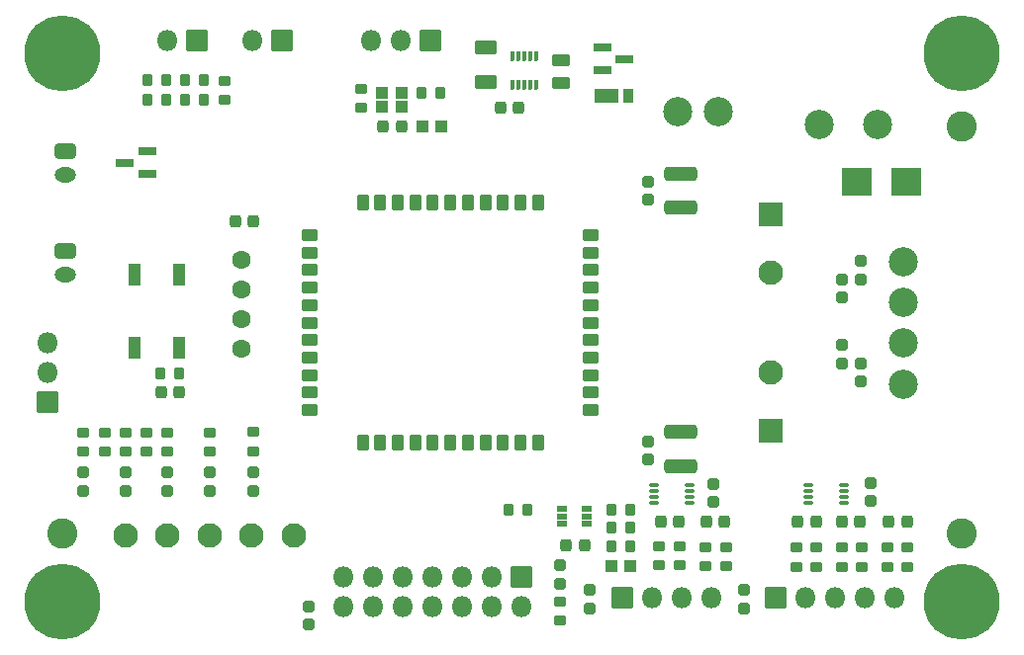
<source format=gbr>
G04 #@! TF.GenerationSoftware,KiCad,Pcbnew,(6.0.8)*
G04 #@! TF.CreationDate,2022-12-12T15:57:36+01:00*
G04 #@! TF.ProjectId,TMCM-1290-EVAL_v1.0,544d434d-2d31-4323-9930-2d4556414c5f,rev?*
G04 #@! TF.SameCoordinates,PX3c8eee0PY8eeaea0*
G04 #@! TF.FileFunction,Soldermask,Top*
G04 #@! TF.FilePolarity,Negative*
%FSLAX46Y46*%
G04 Gerber Fmt 4.6, Leading zero omitted, Abs format (unit mm)*
G04 Created by KiCad (PCBNEW (6.0.8)) date 2022-12-12 15:57:36*
%MOMM*%
%LPD*%
G01*
G04 APERTURE LIST*
G04 Aperture macros list*
%AMRoundRect*
0 Rectangle with rounded corners*
0 $1 Rounding radius*
0 $2 $3 $4 $5 $6 $7 $8 $9 X,Y pos of 4 corners*
0 Add a 4 corners polygon primitive as box body*
4,1,4,$2,$3,$4,$5,$6,$7,$8,$9,$2,$3,0*
0 Add four circle primitives for the rounded corners*
1,1,$1+$1,$2,$3*
1,1,$1+$1,$4,$5*
1,1,$1+$1,$6,$7*
1,1,$1+$1,$8,$9*
0 Add four rect primitives between the rounded corners*
20,1,$1+$1,$2,$3,$4,$5,0*
20,1,$1+$1,$4,$5,$6,$7,0*
20,1,$1+$1,$6,$7,$8,$9,0*
20,1,$1+$1,$8,$9,$2,$3,0*%
G04 Aperture macros list end*
%ADD10C,6.500000*%
%ADD11C,2.600000*%
%ADD12C,2.100000*%
%ADD13C,1.600000*%
%ADD14RoundRect,0.275000X0.225000X0.250000X-0.225000X0.250000X-0.225000X-0.250000X0.225000X-0.250000X0*%
%ADD15RoundRect,0.275000X0.250000X-0.225000X0.250000X0.225000X-0.250000X0.225000X-0.250000X-0.225000X0*%
%ADD16RoundRect,0.050000X-0.393700X-0.177800X0.393700X-0.177800X0.393700X0.177800X-0.393700X0.177800X0*%
%ADD17RoundRect,0.250000X0.275000X-0.200000X0.275000X0.200000X-0.275000X0.200000X-0.275000X-0.200000X0*%
%ADD18RoundRect,0.050000X-0.850000X0.850000X-0.850000X-0.850000X0.850000X-0.850000X0.850000X0.850000X0*%
%ADD19O,1.800000X1.800000*%
%ADD20RoundRect,0.300000X0.475000X-0.250000X0.475000X0.250000X-0.475000X0.250000X-0.475000X-0.250000X0*%
%ADD21RoundRect,0.050000X-1.000000X1.000000X-1.000000X-1.000000X1.000000X-1.000000X1.000000X1.000000X0*%
%ADD22RoundRect,0.250000X0.200000X0.275000X-0.200000X0.275000X-0.200000X-0.275000X0.200000X-0.275000X0*%
%ADD23RoundRect,0.050000X0.431800X0.495300X-0.431800X0.495300X-0.431800X-0.495300X0.431800X-0.495300X0*%
%ADD24RoundRect,0.250000X-0.275000X0.200000X-0.275000X-0.200000X0.275000X-0.200000X0.275000X0.200000X0*%
%ADD25RoundRect,0.250000X-0.200000X-0.275000X0.200000X-0.275000X0.200000X0.275000X-0.200000X0.275000X0*%
%ADD26RoundRect,0.275000X-0.250000X0.225000X-0.250000X-0.225000X0.250000X-0.225000X0.250000X0.225000X0*%
%ADD27RoundRect,0.268750X0.256250X-0.218750X0.256250X0.218750X-0.256250X0.218750X-0.256250X-0.218750X0*%
%ADD28RoundRect,0.200000X0.587500X0.150000X-0.587500X0.150000X-0.587500X-0.150000X0.587500X-0.150000X0*%
%ADD29C,2.500000*%
%ADD30RoundRect,0.050000X-1.250000X-1.150000X1.250000X-1.150000X1.250000X1.150000X-1.250000X1.150000X0*%
%ADD31RoundRect,0.050000X0.850000X-0.850000X0.850000X0.850000X-0.850000X0.850000X-0.850000X-0.850000X0*%
%ADD32RoundRect,0.050000X-0.375000X-0.125000X0.375000X-0.125000X0.375000X0.125000X-0.375000X0.125000X0*%
%ADD33RoundRect,0.300000X-0.650000X0.325000X-0.650000X-0.325000X0.650000X-0.325000X0.650000X0.325000X0*%
%ADD34RoundRect,0.050000X1.000000X0.550000X-1.000000X0.550000X-1.000000X-0.550000X1.000000X-0.550000X0*%
%ADD35RoundRect,0.050000X0.400000X0.550000X-0.400000X0.550000X-0.400000X-0.550000X0.400000X-0.550000X0*%
%ADD36RoundRect,0.300000X-0.625000X0.350000X-0.625000X-0.350000X0.625000X-0.350000X0.625000X0.350000X0*%
%ADD37O,1.850000X1.300000*%
%ADD38RoundRect,0.050000X0.850000X0.850000X-0.850000X0.850000X-0.850000X-0.850000X0.850000X-0.850000X0*%
%ADD39RoundRect,0.275000X-0.225000X-0.250000X0.225000X-0.250000X0.225000X0.250000X-0.225000X0.250000X0*%
%ADD40RoundRect,0.300000X-0.250000X-0.400000X0.250000X-0.400000X0.250000X0.400000X-0.250000X0.400000X0*%
%ADD41RoundRect,0.300000X0.400000X-0.250000X0.400000X0.250000X-0.400000X0.250000X-0.400000X-0.250000X0*%
%ADD42RoundRect,0.300000X0.250000X0.400000X-0.250000X0.400000X-0.250000X-0.400000X0.250000X-0.400000X0*%
%ADD43RoundRect,0.300000X-0.400000X0.250000X-0.400000X-0.250000X0.400000X-0.250000X0.400000X0.250000X0*%
%ADD44RoundRect,0.050000X1.000000X-1.000000X1.000000X1.000000X-1.000000X1.000000X-1.000000X-1.000000X0*%
%ADD45RoundRect,0.050000X-0.127000X0.381000X-0.127000X-0.381000X0.127000X-0.381000X0.127000X0.381000X0*%
%ADD46RoundRect,0.300000X-1.100000X0.325000X-1.100000X-0.325000X1.100000X-0.325000X1.100000X0.325000X0*%
%ADD47RoundRect,0.200000X-0.587500X-0.150000X0.587500X-0.150000X0.587500X0.150000X-0.587500X0.150000X0*%
%ADD48RoundRect,0.050000X-0.500000X0.450000X-0.500000X-0.450000X0.500000X-0.450000X0.500000X0.450000X0*%
%ADD49RoundRect,0.050000X0.500000X-0.850000X0.500000X0.850000X-0.500000X0.850000X-0.500000X-0.850000X0*%
%ADD50RoundRect,0.300000X1.100000X-0.325000X1.100000X0.325000X-1.100000X0.325000X-1.100000X-0.325000X0*%
G04 APERTURE END LIST*
D10*
G04 #@! TO.C,H3*
X4000000Y4000000D03*
G04 #@! TD*
G04 #@! TO.C,H1*
X4000000Y51000000D03*
G04 #@! TD*
G04 #@! TO.C,H4*
X81000000Y4000000D03*
G04 #@! TD*
G04 #@! TO.C,H2*
X81000000Y51000000D03*
G04 #@! TD*
D11*
G04 #@! TO.C,fid1*
X80950000Y44700000D03*
G04 #@! TD*
G04 #@! TO.C,fid3*
X81000000Y9800000D03*
G04 #@! TD*
G04 #@! TO.C,fid2*
X4000000Y9800000D03*
G04 #@! TD*
D12*
G04 #@! TO.C,TP5*
X9400000Y9650000D03*
G04 #@! TD*
D13*
G04 #@! TO.C,TP2*
X19304000Y30734000D03*
G04 #@! TD*
D14*
G04 #@! TO.C,C12*
X56760000Y10800000D03*
X55210000Y10800000D03*
G04 #@! TD*
D15*
G04 #@! TO.C,C24*
X46600000Y5525000D03*
X46600000Y7075000D03*
G04 #@! TD*
D16*
G04 #@! TO.C,U6*
X46733200Y11949999D03*
X46733200Y11300000D03*
X46733200Y10650001D03*
X48866800Y10650001D03*
X48866800Y11300000D03*
X48866800Y11949999D03*
G04 #@! TD*
D17*
G04 #@! TO.C,R8*
X20300000Y16875000D03*
X20300000Y18525000D03*
G04 #@! TD*
D18*
G04 #@! TO.C,J1*
X22805000Y52100000D03*
D19*
X20265000Y52100000D03*
G04 #@! TD*
D20*
G04 #@! TO.C,C5*
X46644300Y48450000D03*
X46644300Y50350000D03*
G04 #@! TD*
D21*
G04 #@! TO.C,C7*
X64600000Y37200000D03*
D12*
X64600000Y32200000D03*
G04 #@! TD*
D22*
G04 #@! TO.C,R20*
X52625000Y8700000D03*
X50975000Y8700000D03*
G04 #@! TD*
D23*
G04 #@! TO.C,L2*
X52625500Y7065350D03*
X50974500Y7065350D03*
G04 #@! TD*
D17*
G04 #@! TO.C,R14*
X7600000Y16825000D03*
X7600000Y18475000D03*
G04 #@! TD*
D24*
G04 #@! TO.C,R28*
X72415000Y8625000D03*
X72415000Y6975000D03*
G04 #@! TD*
D25*
G04 #@! TO.C,R4*
X11275000Y48700000D03*
X12925000Y48700000D03*
G04 #@! TD*
D24*
G04 #@! TO.C,R27*
X70715000Y8625000D03*
X70715000Y6975000D03*
G04 #@! TD*
D26*
G04 #@! TO.C,C25*
X49100000Y4975000D03*
X49100000Y3425000D03*
G04 #@! TD*
D27*
G04 #@! TO.C,D4*
X20300000Y13462500D03*
X20300000Y15037500D03*
G04 #@! TD*
D17*
G04 #@! TO.C,R11*
X9400000Y16825000D03*
X9400000Y18475000D03*
G04 #@! TD*
D18*
G04 #@! TO.C,J3*
X15480000Y52100000D03*
D19*
X12940000Y52100000D03*
G04 #@! TD*
D28*
G04 #@! TO.C,D1*
X11237500Y40650000D03*
X11237500Y42550000D03*
X9362500Y41600000D03*
G04 #@! TD*
D27*
G04 #@! TO.C,D5*
X9400000Y13462500D03*
X9400000Y15037500D03*
G04 #@! TD*
D25*
G04 #@! TO.C,R5*
X11275000Y47000000D03*
X12925000Y47000000D03*
G04 #@! TD*
D29*
G04 #@! TO.C,U3*
X73800000Y44900000D03*
X68800000Y44900000D03*
G04 #@! TD*
D26*
G04 #@! TO.C,C27*
X62300000Y4975000D03*
X62300000Y3425000D03*
G04 #@! TD*
D30*
G04 #@! TO.C,D2*
X71950000Y40000000D03*
X76250000Y40000000D03*
G04 #@! TD*
D31*
G04 #@! TO.C,J8*
X51940000Y4300000D03*
D19*
X54480000Y4300000D03*
X57020000Y4300000D03*
X59560000Y4300000D03*
G04 #@! TD*
D12*
G04 #@! TO.C,TP8*
X16600000Y9650000D03*
G04 #@! TD*
D17*
G04 #@! TO.C,R15*
X11200000Y16825000D03*
X11200000Y18475000D03*
G04 #@! TD*
D31*
G04 #@! TO.C,J9*
X65080000Y4310000D03*
D19*
X67620000Y4310000D03*
X70160000Y4310000D03*
X72700000Y4310000D03*
X75240000Y4310000D03*
G04 #@! TD*
D14*
G04 #@! TO.C,C18*
X76275000Y10800000D03*
X74725000Y10800000D03*
G04 #@! TD*
D24*
G04 #@! TO.C,R25*
X68500000Y8625000D03*
X68500000Y6975000D03*
G04 #@! TD*
D13*
G04 #@! TO.C,TP4*
X19304000Y33274000D03*
G04 #@! TD*
D27*
G04 #@! TO.C,D6*
X5800000Y13462500D03*
X5800000Y15037500D03*
G04 #@! TD*
D14*
G04 #@! TO.C,C4*
X43019300Y46300000D03*
X41469300Y46300000D03*
G04 #@! TD*
D24*
G04 #@! TO.C,R6*
X29587500Y47937500D03*
X29587500Y46287500D03*
G04 #@! TD*
G04 #@! TO.C,R22*
X60810000Y8675000D03*
X60810000Y7025000D03*
G04 #@! TD*
G04 #@! TO.C,R3*
X17900000Y48625000D03*
X17900000Y46975000D03*
G04 #@! TD*
D32*
G04 #@! TO.C,U7*
X67810000Y13950000D03*
X67810000Y13450000D03*
X67810000Y12950000D03*
X67810000Y12450000D03*
X70910000Y12450000D03*
X70910000Y12950000D03*
X70910000Y13450000D03*
X70910000Y13950000D03*
G04 #@! TD*
D27*
G04 #@! TO.C,D7*
X16600000Y13462500D03*
X16600000Y15037500D03*
G04 #@! TD*
D15*
G04 #@! TO.C,C14*
X54100000Y16175000D03*
X54100000Y17725000D03*
G04 #@! TD*
D29*
G04 #@! TO.C,U9*
X76000000Y22650000D03*
X76000000Y26150000D03*
X76000000Y29650000D03*
X76000000Y33150000D03*
G04 #@! TD*
D27*
G04 #@! TO.C,D8*
X13000000Y13462500D03*
X13000000Y15037500D03*
G04 #@! TD*
D22*
G04 #@! TO.C,R7*
X36350000Y47612500D03*
X34700000Y47612500D03*
G04 #@! TD*
D24*
G04 #@! TO.C,R29*
X55085000Y8725000D03*
X55085000Y7075000D03*
G04 #@! TD*
D26*
G04 #@! TO.C,C22*
X73200000Y14175000D03*
X73200000Y12625000D03*
G04 #@! TD*
D23*
G04 #@! TO.C,L1*
X36450500Y44725000D03*
X34799500Y44725000D03*
G04 #@! TD*
D33*
G04 #@! TO.C,C3*
X40244300Y51475000D03*
X40244300Y48525000D03*
G04 #@! TD*
D15*
G04 #@! TO.C,C16*
X72300000Y22825000D03*
X72300000Y24375000D03*
G04 #@! TD*
D26*
G04 #@! TO.C,C9*
X59700000Y14075000D03*
X59700000Y12525000D03*
G04 #@! TD*
D24*
G04 #@! TO.C,R24*
X66800000Y8625000D03*
X66800000Y6975000D03*
G04 #@! TD*
D22*
G04 #@! TO.C,R9*
X14000000Y23500000D03*
X12350000Y23500000D03*
G04 #@! TD*
D25*
G04 #@! TO.C,R17*
X50975000Y11900000D03*
X52625000Y11900000D03*
G04 #@! TD*
D14*
G04 #@! TO.C,C26*
X48675000Y8834650D03*
X47125000Y8834650D03*
G04 #@! TD*
G04 #@! TO.C,C15*
X68475000Y10800000D03*
X66925000Y10800000D03*
G04 #@! TD*
D13*
G04 #@! TO.C,TP1*
X19304000Y25654000D03*
G04 #@! TD*
D26*
G04 #@! TO.C,C17*
X72300000Y33175000D03*
X72300000Y31625000D03*
G04 #@! TD*
D34*
G04 #@! TO.C,D3*
X50550000Y47300000D03*
D35*
X52450000Y47300000D03*
G04 #@! TD*
D36*
G04 #@! TO.C,J2*
X4220000Y42600000D03*
D37*
X4220000Y40600000D03*
G04 #@! TD*
D24*
G04 #@! TO.C,R21*
X59068332Y8675000D03*
X59068332Y7025000D03*
G04 #@! TD*
D32*
G04 #@! TO.C,U8*
X54590000Y13950000D03*
X54590000Y13450000D03*
X54590000Y12950000D03*
X54590000Y12450000D03*
X57690000Y12450000D03*
X57690000Y12950000D03*
X57690000Y13450000D03*
X57690000Y13950000D03*
G04 #@! TD*
D12*
G04 #@! TO.C,TP6*
X20200000Y9650000D03*
G04 #@! TD*
D26*
G04 #@! TO.C,C21*
X70700000Y25975000D03*
X70700000Y24425000D03*
G04 #@! TD*
D24*
G04 #@! TO.C,R30*
X76315000Y8625000D03*
X76315000Y6975000D03*
G04 #@! TD*
D38*
G04 #@! TO.C,J5*
X2710000Y21100000D03*
D19*
X2710000Y23640000D03*
X2710000Y26180000D03*
G04 #@! TD*
D26*
G04 #@! TO.C,C23*
X25100000Y3575000D03*
X25100000Y2025000D03*
G04 #@! TD*
D39*
G04 #@! TO.C,C1*
X18783000Y36576000D03*
X20333000Y36576000D03*
G04 #@! TD*
D15*
G04 #@! TO.C,C13*
X70700000Y30025000D03*
X70700000Y31575000D03*
G04 #@! TD*
D24*
G04 #@! TO.C,R23*
X74615000Y8625000D03*
X74615000Y6975000D03*
G04 #@! TD*
D39*
G04 #@! TO.C,C2*
X31450000Y44725000D03*
X33000000Y44725000D03*
G04 #@! TD*
D18*
G04 #@! TO.C,J7*
X43290000Y6140000D03*
D19*
X40750000Y6140000D03*
X38210000Y6140000D03*
X35670000Y6140000D03*
X33130000Y6140000D03*
X30590000Y6140000D03*
X28050000Y6140000D03*
X43290000Y3600000D03*
X40750000Y3600000D03*
X38210000Y3600000D03*
X35670000Y3600000D03*
X33130000Y3600000D03*
X30590000Y3600000D03*
X28050000Y3600000D03*
G04 #@! TD*
D40*
G04 #@! TO.C,U5*
X29700000Y17650000D03*
X31200000Y17650000D03*
X32700000Y17650000D03*
X34200000Y17650000D03*
X35700000Y17650000D03*
X37200000Y17650000D03*
X38700000Y17650000D03*
X40200000Y17650000D03*
X41700000Y17650000D03*
X43200000Y17650000D03*
X44700000Y17650000D03*
D41*
X49200000Y20400000D03*
X49200000Y21900000D03*
X49200000Y23400000D03*
X49200000Y24900000D03*
X49200000Y26400000D03*
X49200000Y27900000D03*
X49200000Y29400000D03*
X49200000Y30900000D03*
X49200000Y32400000D03*
X49200000Y33900000D03*
X49200000Y35400000D03*
D42*
X44700000Y38150000D03*
X43200000Y38150000D03*
X41700000Y38150000D03*
X40200000Y38150000D03*
X38700000Y38150000D03*
X37200000Y38150000D03*
X35700000Y38150000D03*
X34200000Y38150000D03*
X32700000Y38150000D03*
X31200000Y38150000D03*
X29700000Y38150000D03*
D43*
X25200000Y35400000D03*
X25200000Y33900000D03*
X25200000Y32400000D03*
X25200000Y30900000D03*
X25200000Y29400000D03*
X25200000Y27900000D03*
X25200000Y26400000D03*
X25200000Y24900000D03*
X25200000Y23400000D03*
X25200000Y21900000D03*
X25200000Y20400000D03*
G04 #@! TD*
D12*
G04 #@! TO.C,TP7*
X13000000Y9650000D03*
G04 #@! TD*
D26*
G04 #@! TO.C,C6*
X54100000Y39975000D03*
X54100000Y38425000D03*
G04 #@! TD*
D44*
G04 #@! TO.C,C19*
X64600000Y18632323D03*
D12*
X64600000Y23632323D03*
G04 #@! TD*
D17*
G04 #@! TO.C,R19*
X46600000Y2375000D03*
X46600000Y4025000D03*
G04 #@! TD*
D45*
G04 #@! TO.C,U1*
X44544301Y50744600D03*
X44044299Y50744600D03*
X43544300Y50744600D03*
X43044301Y50744600D03*
X42544299Y50744600D03*
X42544299Y48255400D03*
X43044301Y48255400D03*
X43544300Y48255400D03*
X44044299Y48255400D03*
X44544301Y48255400D03*
G04 #@! TD*
D14*
G04 #@! TO.C,C20*
X60675000Y10800000D03*
X59125000Y10800000D03*
G04 #@! TD*
G04 #@! TO.C,C28*
X13975000Y21900000D03*
X12425000Y21900000D03*
G04 #@! TD*
D13*
G04 #@! TO.C,TP3*
X19304000Y28194000D03*
G04 #@! TD*
D25*
G04 #@! TO.C,R1*
X14475000Y47000000D03*
X16125000Y47000000D03*
G04 #@! TD*
D46*
G04 #@! TO.C,C8*
X56900000Y40675000D03*
X56900000Y37725000D03*
G04 #@! TD*
D22*
G04 #@! TO.C,R16*
X43825000Y11900000D03*
X42175000Y11900000D03*
G04 #@! TD*
D47*
G04 #@! TO.C,Q1*
X50212500Y51450000D03*
X50212500Y49550000D03*
X52087500Y50500000D03*
G04 #@! TD*
D25*
G04 #@! TO.C,R2*
X14475000Y48700000D03*
X16125000Y48700000D03*
G04 #@! TD*
D24*
G04 #@! TO.C,R26*
X56826666Y8725000D03*
X56826666Y7075000D03*
G04 #@! TD*
D29*
G04 #@! TO.C,U2*
X60150000Y46000000D03*
X56650000Y46000000D03*
G04 #@! TD*
D14*
G04 #@! TO.C,C10*
X72275000Y10800000D03*
X70725000Y10800000D03*
G04 #@! TD*
D18*
G04 #@! TO.C,J4*
X35480000Y52100000D03*
D19*
X32940000Y52100000D03*
X30400000Y52100000D03*
G04 #@! TD*
D48*
G04 #@! TO.C,Y1*
X33000000Y47625000D03*
X31375000Y47625000D03*
X31375000Y46400000D03*
X33000000Y46400000D03*
G04 #@! TD*
D49*
G04 #@! TO.C,U4*
X10200000Y32050000D03*
X10200000Y25750000D03*
X14000000Y32050000D03*
X14000000Y25750000D03*
G04 #@! TD*
D17*
G04 #@! TO.C,R10*
X16600000Y16825000D03*
X16600000Y18475000D03*
G04 #@! TD*
D12*
G04 #@! TO.C,TP9*
X23800000Y9650000D03*
G04 #@! TD*
D50*
G04 #@! TO.C,C11*
X56900000Y15625000D03*
X56900000Y18575000D03*
G04 #@! TD*
D36*
G04 #@! TO.C,J6*
X4250000Y34050000D03*
D37*
X4250000Y32050000D03*
G04 #@! TD*
D17*
G04 #@! TO.C,R12*
X5800000Y16825000D03*
X5800000Y18475000D03*
G04 #@! TD*
G04 #@! TO.C,R13*
X13000000Y16825000D03*
X13000000Y18475000D03*
G04 #@! TD*
D22*
G04 #@! TO.C,R18*
X52625000Y10315350D03*
X50975000Y10315350D03*
G04 #@! TD*
M02*

</source>
